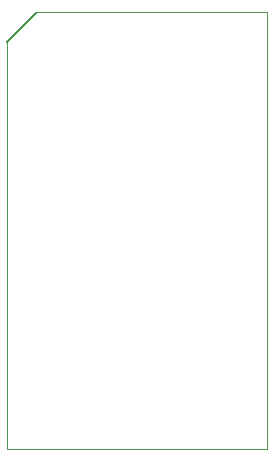
<source format=gbr>
%TF.GenerationSoftware,KiCad,Pcbnew,(5.1.10)-1*%
%TF.CreationDate,2022-02-17T21:59:24+01:00*%
%TF.ProjectId,TinyLora102,54696e79-4c6f-4726-9131-30322e6b6963,rev?*%
%TF.SameCoordinates,Original*%
%TF.FileFunction,Profile,NP*%
%FSLAX46Y46*%
G04 Gerber Fmt 4.6, Leading zero omitted, Abs format (unit mm)*
G04 Created by KiCad (PCBNEW (5.1.10)-1) date 2022-02-17 21:59:24*
%MOMM*%
%LPD*%
G01*
G04 APERTURE LIST*
%TA.AperFunction,Profile*%
%ADD10C,0.150000*%
%TD*%
%TA.AperFunction,Profile*%
%ADD11C,0.050000*%
%TD*%
G04 APERTURE END LIST*
D10*
X100000000Y-102540000D02*
X102540000Y-100000000D01*
D11*
X100000000Y-137000000D02*
X122000000Y-137000000D01*
X102540000Y-100000000D02*
X122000000Y-100000000D01*
X122000000Y-100000000D02*
X122000000Y-137000000D01*
X100000000Y-102540000D02*
X100000000Y-137000000D01*
M02*

</source>
